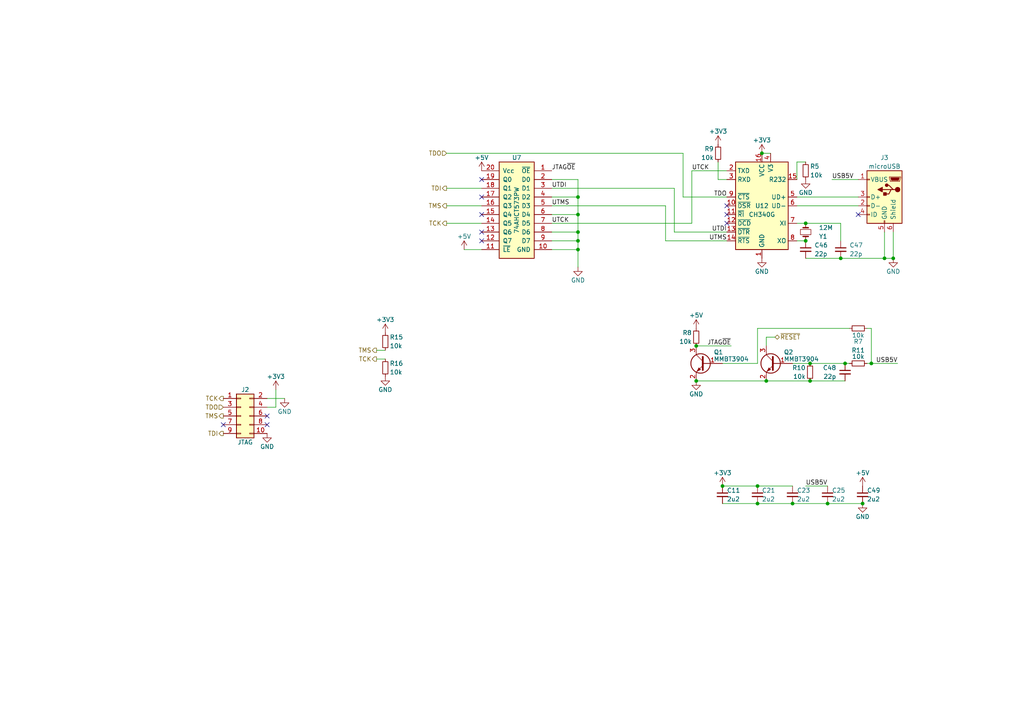
<source format=kicad_sch>
(kicad_sch (version 20211123) (generator eeschema)
  (paper "A4")
  (lib_symbols
    (symbol "Connector:USB_B_Micro" (pin_names (offset 1.016))
      (property "Reference" "J" (at -5.08 11.43 0))
      (property "Value" "USB_B_Micro" (at -5.08 8.89 0))
      (symbol "USB_B_Micro_0_1"
        (rectangle (start -5.08 -7.62) (end 5.08 7.62) (stroke (width 0.254)) (fill (type background)))
        (circle (center -3.81 2.159) (radius 0.635) (stroke (width 0.254)) (fill (type outline)))
        (circle (center -0.635 3.429) (radius 0.381) (stroke (width 0.254)) (fill (type outline)))
        (rectangle (start -0.127 -7.62) (end 0.127 -6.858))
        (polyline (pts (xy -1.905 2.159) (xy 0.635 2.159)) (stroke (width 0.254)))
        (polyline (pts (xy -3.175 2.159) (xy -2.54 2.159) (xy -1.27 3.429) (xy -0.635 3.429)) (stroke (width 0.254)))
        (polyline (pts (xy -2.54 2.159) (xy -1.905 2.159) (xy -1.27 0.889) (xy 0 0.889)) (stroke (width 0.254)))
        (polyline (pts (xy 0.635 2.794) (xy 0.635 1.524) (xy 1.905 2.159) (xy 0.635 2.794)) (stroke (width 0.254)) (fill (type outline)))
        (polyline (pts (xy -4.318 5.588) (xy -1.778 5.588) (xy -2.032 4.826) (xy -4.064 4.826) (xy -4.318 5.588)) (fill (type outline)))
        (polyline (pts (xy -4.699 5.842) (xy -4.699 5.588) (xy -4.445 4.826) (xy -4.445 4.572) (xy -1.651 4.572) (xy -1.651 4.826) (xy -1.397 5.588) (xy -1.397 5.842) (xy -4.699 5.842)))
        (rectangle (start 0.254 1.27) (end -0.508 0.508) (stroke (width 0.254)) (fill (type outline)))
        (rectangle (start 5.08 -5.207) (end 4.318 -4.953))
        (rectangle (start 5.08 -2.667) (end 4.318 -2.413))
        (rectangle (start 5.08 -0.127) (end 4.318 0.127))
        (rectangle (start 5.08 4.953) (end 4.318 5.207))
      )
      (symbol "USB_B_Micro_1_1"
        (pin power_out line (at 7.62 5.08 180) (length 2.54) (name "VBUS") (number "1"))
        (pin bidirectional line (at 7.62 -2.54 180) (length 2.54) (name "D-") (number "2"))
        (pin bidirectional line (at 7.62 0 180) (length 2.54) (name "D+") (number "3"))
        (pin passive line (at 7.62 -5.08 180) (length 2.54) (name "ID") (number "4"))
        (pin power_out line (at 0 -10.16 90) (length 2.54) (name "GND") (number "5"))
        (pin passive line (at -2.54 -10.16 90) (length 2.54) (name "Shield") (number "6"))
      )
    )
    (symbol "Connector_Generic:Conn_02x05_Odd_Even" (pin_names (offset 1.016) hide)
      (property "Reference" "J" (at 1.27 7.62 0))
      (property "Value" "Conn_02x05_Odd_Even" (at 1.27 -7.62 0))
      (symbol "Conn_02x05_Odd_Even_1_1"
        (rectangle (start -1.27 -4.953) (end 0 -5.207) (stroke (width 0.1524)))
        (rectangle (start -1.27 -2.413) (end 0 -2.667) (stroke (width 0.1524)))
        (rectangle (start -1.27 0.127) (end 0 -0.127) (stroke (width 0.1524)))
        (rectangle (start -1.27 2.667) (end 0 2.413) (stroke (width 0.1524)))
        (rectangle (start -1.27 5.207) (end 0 4.953) (stroke (width 0.1524)))
        (rectangle (start -1.27 6.35) (end 3.81 -6.35) (stroke (width 0.254)) (fill (type background)))
        (rectangle (start 3.81 -4.953) (end 2.54 -5.207) (stroke (width 0.1524)))
        (rectangle (start 3.81 -2.413) (end 2.54 -2.667) (stroke (width 0.1524)))
        (rectangle (start 3.81 0.127) (end 2.54 -0.127) (stroke (width 0.1524)))
        (rectangle (start 3.81 2.667) (end 2.54 2.413) (stroke (width 0.1524)))
        (rectangle (start 3.81 5.207) (end 2.54 4.953) (stroke (width 0.1524)))
        (pin passive line (at -5.08 5.08 0) (length 3.81) (name "Pin_1") (number "1"))
        (pin passive line (at 7.62 -5.08 180) (length 3.81) (name "Pin_10") (number "10"))
        (pin passive line (at 7.62 5.08 180) (length 3.81) (name "Pin_2") (number "2"))
        (pin passive line (at -5.08 2.54 0) (length 3.81) (name "Pin_3") (number "3"))
        (pin passive line (at 7.62 2.54 180) (length 3.81) (name "Pin_4") (number "4"))
        (pin passive line (at -5.08 0 0) (length 3.81) (name "Pin_5") (number "5"))
        (pin passive line (at 7.62 0 180) (length 3.81) (name "Pin_6") (number "6"))
        (pin passive line (at -5.08 -2.54 0) (length 3.81) (name "Pin_7") (number "7"))
        (pin passive line (at 7.62 -2.54 180) (length 3.81) (name "Pin_8") (number "8"))
        (pin passive line (at -5.08 -5.08 0) (length 3.81) (name "Pin_9") (number "9"))
      )
    )
    (symbol "Device:C_Small" (pin_numbers hide) (pin_names (offset 0.254) hide)
      (property "Reference" "C" (at 0.254 1.778 0))
      (property "Value" "C_Small" (at 0.254 -2.032 0))
      (symbol "C_Small_0_1"
        (polyline (pts (xy -1.524 -0.508) (xy 1.524 -0.508)) (stroke (width 0.3302)))
        (polyline (pts (xy -1.524 0.508) (xy 1.524 0.508)) (stroke (width 0.3048)))
      )
      (symbol "C_Small_1_1"
        (pin passive line (at 0 2.54 270) (length 2.032) (name "~") (number "1"))
        (pin passive line (at 0 -2.54 90) (length 2.032) (name "~") (number "2"))
      )
    )
    (symbol "Device:Crystal_Small" (pin_numbers hide) (pin_names (offset 1.016) hide)
      (property "Reference" "Y" (at 0 2.54 0))
      (property "Value" "Crystal_Small" (at 0 -2.54 0))
      (symbol "Crystal_Small_0_1"
        (rectangle (start -0.762 -1.524) (end 0.762 1.524))
        (polyline (pts (xy -1.27 -0.762) (xy -1.27 0.762)) (stroke (width 0.381)))
        (polyline (pts (xy 1.27 -0.762) (xy 1.27 0.762)) (stroke (width 0.381)))
      )
      (symbol "Crystal_Small_1_1"
        (pin passive line (at -2.54 0 0) (length 1.27) (name "1") (number "1"))
        (pin passive line (at 2.54 0 180) (length 1.27) (name "2") (number "2"))
      )
    )
    (symbol "Device:R_Small" (pin_numbers hide) (pin_names (offset 0.254) hide)
      (property "Reference" "R" (at 0.762 0.508 0))
      (property "Value" "R_Small" (at 0.762 -1.016 0))
      (symbol "R_Small_0_1"
        (rectangle (start -0.762 1.778) (end 0.762 -1.778) (stroke (width 0.2032)))
      )
      (symbol "R_Small_1_1"
        (pin passive line (at 0 2.54 270) (length 0.762) (name "~") (number "1"))
        (pin passive line (at 0 -2.54 90) (length 0.762) (name "~") (number "2"))
      )
    )
    (symbol "GW_Logic:74573" (pin_names (offset 1.016))
      (property "Reference" "U" (at 0 15.24 0))
      (property "Value" "74573" (at 0 -15.24 0))
      (symbol "74573_0_1"
        (rectangle (start -5.08 13.97) (end 5.08 -13.97) (stroke (width 0.254)) (fill (type background)))
      )
      (symbol "74573_1_1"
        (pin input line (at -10.16 11.43 0) (length 5.08) (name "~{OE}") (number "1"))
        (pin power_in line (at -10.16 -11.43 0) (length 5.08) (name "GND") (number "10"))
        (pin input line (at 10.16 -11.43 180) (length 5.08) (name "~{LE}") (number "11"))
        (pin tri_state line (at 10.16 -8.89 180) (length 5.08) (name "Q7") (number "12"))
        (pin tri_state line (at 10.16 -6.35 180) (length 5.08) (name "Q6") (number "13"))
        (pin tri_state line (at 10.16 -3.81 180) (length 5.08) (name "Q5") (number "14"))
        (pin tri_state line (at 10.16 -1.27 180) (length 5.08) (name "Q4") (number "15"))
        (pin tri_state line (at 10.16 1.27 180) (length 5.08) (name "Q3") (number "16"))
        (pin tri_state line (at 10.16 3.81 180) (length 5.08) (name "Q2") (number "17"))
        (pin tri_state line (at 10.16 6.35 180) (length 5.08) (name "Q1") (number "18"))
        (pin tri_state line (at 10.16 8.89 180) (length 5.08) (name "Q0") (number "19"))
        (pin input line (at -10.16 8.89 0) (length 5.08) (name "D0") (number "2"))
        (pin power_in line (at 10.16 11.43 180) (length 5.08) (name "Vcc") (number "20"))
        (pin input line (at -10.16 6.35 0) (length 5.08) (name "D1") (number "3"))
        (pin input line (at -10.16 3.81 0) (length 5.08) (name "D2") (number "4"))
        (pin input line (at -10.16 1.27 0) (length 5.08) (name "D3") (number "5"))
        (pin input line (at -10.16 -1.27 0) (length 5.08) (name "D4") (number "6"))
        (pin input line (at -10.16 -3.81 0) (length 5.08) (name "D5") (number "7"))
        (pin input line (at -10.16 -6.35 0) (length 5.08) (name "D6") (number "8"))
        (pin input line (at -10.16 -8.89 0) (length 5.08) (name "D7") (number "9"))
      )
    )
    (symbol "Interface_USB:CH340G"
      (property "Reference" "U" (at -5.08 13.97 0))
      (property "Value" "CH340G" (at 1.27 13.97 0))
      (symbol "CH340G_0_1"
        (rectangle (start -7.62 12.7) (end 7.62 -12.7) (stroke (width 0.254)) (fill (type background)))
      )
      (symbol "CH340G_1_1"
        (pin power_in line (at 0 -15.24 90) (length 2.54) (name "GND") (number "1"))
        (pin input line (at 10.16 0 180) (length 2.54) (name "~{DSR}") (number "10"))
        (pin input line (at 10.16 -2.54 180) (length 2.54) (name "~{RI}") (number "11"))
        (pin input line (at 10.16 -5.08 180) (length 2.54) (name "~{DCD}") (number "12"))
        (pin output line (at 10.16 -7.62 180) (length 2.54) (name "~{DTR}") (number "13"))
        (pin output line (at 10.16 -10.16 180) (length 2.54) (name "~{RTS}") (number "14"))
        (pin input line (at -10.16 7.62 0) (length 2.54) (name "R232") (number "15"))
        (pin power_in line (at 0 15.24 270) (length 2.54) (name "VCC") (number "16"))
        (pin output line (at 10.16 10.16 180) (length 2.54) (name "TXD") (number "2"))
        (pin input line (at 10.16 7.62 180) (length 2.54) (name "RXD") (number "3"))
        (pin passive line (at -2.54 15.24 270) (length 2.54) (name "V3") (number "4"))
        (pin bidirectional line (at -10.16 2.54 0) (length 2.54) (name "UD+") (number "5"))
        (pin bidirectional line (at -10.16 0 0) (length 2.54) (name "UD-") (number "6"))
        (pin input line (at -10.16 -5.08 0) (length 2.54) (name "XI") (number "7"))
        (pin output line (at -10.16 -10.16 0) (length 2.54) (name "XO") (number "8"))
        (pin input line (at 10.16 2.54 180) (length 2.54) (name "~{CTS}") (number "9"))
      )
    )
    (symbol "Transistor_BJT:MMBT3904" (pin_names (offset 0) hide)
      (property "Reference" "Q" (at 5.08 1.905 0))
      (property "Value" "MMBT3904" (at 5.08 0 0))
      (symbol "MMBT3904_0_1"
        (polyline (pts (xy 0.635 0.635) (xy 2.54 2.54)))
        (polyline (pts (xy 0.635 -0.635) (xy 2.54 -2.54) (xy 2.54 -2.54)))
        (polyline (pts (xy 0.635 1.905) (xy 0.635 -1.905) (xy 0.635 -1.905)) (stroke (width 0.508)))
        (polyline (pts (xy 1.27 -1.778) (xy 1.778 -1.27) (xy 2.286 -2.286) (xy 1.27 -1.778) (xy 1.27 -1.778)) (fill (type outline)))
        (circle (center 1.27 0) (radius 2.8194) (stroke (width 0.254)))
      )
      (symbol "MMBT3904_1_1"
        (pin input line (at -5.08 0 0) (length 5.715) (name "B") (number "1"))
        (pin passive line (at 2.54 -5.08 90) (length 2.54) (name "E") (number "2"))
        (pin passive line (at 2.54 5.08 270) (length 2.54) (name "C") (number "3"))
      )
    )
    (symbol "power:+3V3" (power) (pin_names (offset 0))
      (property "Value" "+3V3" (at 0 3.556 0))
      (symbol "+3V3_0_1"
        (polyline (pts (xy -0.762 1.27) (xy 0 2.54)))
        (polyline (pts (xy 0 0) (xy 0 2.54)))
        (polyline (pts (xy 0 2.54) (xy 0.762 1.27)))
      )
      (symbol "+3V3_1_1"
        (pin power_in line (at 0 0 90) (length 0) hide (name "+3V3") (number "1"))
      )
    )
    (symbol "power:+5V" (power) (pin_names (offset 0))
      (property "Value" "+5V" (at 0 3.556 0))
      (symbol "+5V_0_1"
        (polyline (pts (xy -0.762 1.27) (xy 0 2.54)))
        (polyline (pts (xy 0 0) (xy 0 2.54)))
        (polyline (pts (xy 0 2.54) (xy 0.762 1.27)))
      )
      (symbol "+5V_1_1"
        (pin power_in line (at 0 0 90) (length 0) hide (name "+5V") (number "1"))
      )
    )
    (symbol "power:GND" (power) (pin_names (offset 0))
      (property "Value" "GND" (at 0 -3.81 0))
      (symbol "GND_0_1"
        (polyline (pts (xy 0 0) (xy 0 -1.27) (xy 1.27 -1.27) (xy 0 -2.54) (xy -1.27 -1.27) (xy 0 -1.27)))
      )
      (symbol "GND_1_1"
        (pin power_in line (at 0 0 270) (length 0) hide (name "GND") (number "1"))
      )
    )
  )
  (junction (at 220.98 44.45))
  (junction (at 259.08 74.93))
  (junction (at 222.25 110.49))
  (junction (at 229.87 146.05))
  (junction (at 250.19 146.05))
  (junction (at 167.64 62.23))
  (junction (at 233.68 69.85))
  (junction (at 167.64 67.31))
  (junction (at 167.64 57.15))
  (junction (at 233.68 64.77))
  (junction (at 209.55 140.97))
  (junction (at 167.64 72.39))
  (junction (at 243.84 74.93))
  (junction (at 252.73 105.41))
  (junction (at 201.93 110.49))
  (junction (at 201.93 100.33))
  (junction (at 234.95 105.41))
  (junction (at 234.95 110.49))
  (junction (at 240.03 146.05))
  (junction (at 219.71 146.05))
  (junction (at 245.11 105.41))
  (junction (at 256.54 74.93))
  (junction (at 219.71 140.97))
  (junction (at 167.64 69.85))
  (no_connect (at 139.7 52.07))
  (no_connect (at 139.7 57.15))
  (no_connect (at 210.82 64.77))
  (no_connect (at 210.82 62.23))
  (no_connect (at 210.82 59.69))
  (no_connect (at 77.47 123.19))
  (no_connect (at 139.7 69.85))
  (no_connect (at 248.92 62.23))
  (no_connect (at 64.77 123.19))
  (no_connect (at 77.47 120.65))
  (no_connect (at 139.7 62.23))
  (no_connect (at 139.7 67.31))
  (wire (pts (xy 219.71 95.25) (xy 246.38 95.25)))
  (wire (pts (xy 234.95 105.41) (xy 245.11 105.41)))
  (wire (pts (xy 160.02 69.85) (xy 167.64 69.85)))
  (wire (pts (xy 233.68 64.77) (xy 231.14 64.77)))
  (wire (pts (xy 243.84 64.77) (xy 243.84 69.85)))
  (wire (pts (xy 77.47 115.57) (xy 82.55 115.57)))
  (wire (pts (xy 167.64 72.39) (xy 167.64 77.47)))
  (wire (pts (xy 139.7 64.77) (xy 129.54 64.77)))
  (wire (pts (xy 222.25 97.79) (xy 222.25 100.33)))
  (wire (pts (xy 160.02 72.39) (xy 167.64 72.39)))
  (wire (pts (xy 231.14 59.69) (xy 248.92 59.69)))
  (wire (pts (xy 219.71 105.41) (xy 209.55 105.41)))
  (wire (pts (xy 252.73 95.25) (xy 252.73 105.41)))
  (wire (pts (xy 231.14 69.85) (xy 233.68 69.85)))
  (wire (pts (xy 167.64 62.23) (xy 167.64 57.15)))
  (wire (pts (xy 233.68 74.93) (xy 243.84 74.93)))
  (wire (pts (xy 209.55 140.97) (xy 219.71 140.97)))
  (wire (pts (xy 229.87 140.97) (xy 219.71 140.97)))
  (wire (pts (xy 243.84 64.77) (xy 233.68 64.77)))
  (wire (pts (xy 198.12 44.45) (xy 198.12 57.15)))
  (wire (pts (xy 167.64 52.07) (xy 160.02 52.07)))
  (wire (pts (xy 139.7 59.69) (xy 129.54 59.69)))
  (wire (pts (xy 77.47 118.11) (xy 80.01 118.11)))
  (wire (pts (xy 229.87 105.41) (xy 234.95 105.41)))
  (wire (pts (xy 111.76 101.6) (xy 109.22 101.6)))
  (wire (pts (xy 210.82 69.85) (xy 193.04 69.85)))
  (wire (pts (xy 200.66 64.77) (xy 200.66 49.53)))
  (wire (pts (xy 222.25 110.49) (xy 234.95 110.49)))
  (wire (pts (xy 80.01 118.11) (xy 80.01 113.03)))
  (wire (pts (xy 201.93 100.33) (xy 212.09 100.33)))
  (wire (pts (xy 259.08 67.31) (xy 259.08 74.93)))
  (wire (pts (xy 251.46 95.25) (xy 252.73 95.25)))
  (wire (pts (xy 240.03 140.97) (xy 233.68 140.97)))
  (wire (pts (xy 195.58 54.61) (xy 195.58 67.31)))
  (wire (pts (xy 167.64 57.15) (xy 167.64 52.07)))
  (wire (pts (xy 195.58 67.31) (xy 210.82 67.31)))
  (wire (pts (xy 109.22 104.14) (xy 111.76 104.14)))
  (wire (pts (xy 219.71 146.05) (xy 229.87 146.05)))
  (wire (pts (xy 139.7 54.61) (xy 129.54 54.61)))
  (wire (pts (xy 160.02 64.77) (xy 200.66 64.77)))
  (wire (pts (xy 256.54 67.31) (xy 256.54 74.93)))
  (wire (pts (xy 251.46 105.41) (xy 252.73 105.41)))
  (wire (pts (xy 243.84 74.93) (xy 256.54 74.93)))
  (wire (pts (xy 167.64 67.31) (xy 167.64 62.23)))
  (wire (pts (xy 259.08 74.93) (xy 256.54 74.93)))
  (wire (pts (xy 219.71 146.05) (xy 209.55 146.05)))
  (wire (pts (xy 241.3 52.07) (xy 248.92 52.07)))
  (wire (pts (xy 223.52 44.45) (xy 220.98 44.45)))
  (wire (pts (xy 160.02 54.61) (xy 195.58 54.61)))
  (wire (pts (xy 201.93 110.49) (xy 222.25 110.49)))
  (wire (pts (xy 160.02 59.69) (xy 193.04 59.69)))
  (wire (pts (xy 193.04 59.69) (xy 193.04 69.85)))
  (wire (pts (xy 198.12 57.15) (xy 210.82 57.15)))
  (wire (pts (xy 245.11 105.41) (xy 246.38 105.41)))
  (wire (pts (xy 229.87 146.05) (xy 240.03 146.05)))
  (wire (pts (xy 129.54 44.45) (xy 198.12 44.45)))
  (wire (pts (xy 231.14 52.07) (xy 231.14 46.99)))
  (wire (pts (xy 234.95 110.49) (xy 245.11 110.49)))
  (wire (pts (xy 160.02 62.23) (xy 167.64 62.23)))
  (wire (pts (xy 252.73 105.41) (xy 260.35 105.41)))
  (wire (pts (xy 240.03 146.05) (xy 250.19 146.05)))
  (wire (pts (xy 248.92 57.15) (xy 231.14 57.15)))
  (wire (pts (xy 208.28 46.99) (xy 208.28 52.07)))
  (wire (pts (xy 231.14 46.99) (xy 233.68 46.99)))
  (wire (pts (xy 224.79 97.79) (xy 222.25 97.79)))
  (wire (pts (xy 167.64 69.85) (xy 167.64 67.31)))
  (wire (pts (xy 160.02 57.15) (xy 167.64 57.15)))
  (wire (pts (xy 167.64 69.85) (xy 167.64 72.39)))
  (wire (pts (xy 134.62 72.39) (xy 139.7 72.39)))
  (wire (pts (xy 208.28 52.07) (xy 210.82 52.07)))
  (wire (pts (xy 219.71 95.25) (xy 219.71 105.41)))
  (wire (pts (xy 167.64 67.31) (xy 160.02 67.31)))
  (wire (pts (xy 210.82 49.53) (xy 200.66 49.53)))
  (label "USB5V" (at 260.35 105.41 180))
  (label "UTDI" (at 160.02 54.61 0))
  (label "JTAG~{OE}" (at 160.02 49.53 0))
  (label "UTMS" (at 160.02 59.69 0))
  (label "USB5V" (at 241.3 52.07 0))
  (label "UTMS" (at 210.82 69.85 180))
  (label "JTAG~{OE}" (at 212.09 100.33 180))
  (label "TDO" (at 210.82 57.15 180))
  (label "UTDI" (at 210.82 67.31 180))
  (label "UTCK" (at 160.02 64.77 0))
  (label "UTCK" (at 200.66 49.53 0))
  (label "USB5V" (at 233.68 140.97 0))
  (hierarchical_label "TCK" (shape output) (at 64.77 115.57 180))
  (hierarchical_label "TCK" (shape output) (at 109.22 104.14 180))
  (hierarchical_label "TMS" (shape output) (at 109.22 101.6 180))
  (hierarchical_label "~{RESET}" (shape tri_state) (at 224.79 97.79 0))
  (hierarchical_label "TDI" (shape output) (at 64.77 125.73 180))
  (hierarchical_label "TMS" (shape output) (at 64.77 120.65 180))
  (hierarchical_label "TCK" (shape output) (at 129.54 64.77 180))
  (hierarchical_label "TMS" (shape output) (at 129.54 59.69 180))
  (hierarchical_label "TDI" (shape output) (at 129.54 54.61 180))
  (hierarchical_label "TDO" (shape input) (at 64.77 118.11 180))
  (hierarchical_label "TDO" (shape input) (at 129.54 44.45 180))
  (symbol (lib_id "Device:Crystal_Small") (at 233.68 67.31 270) (mirror x) (unit 1)
    (property "Reference" "Y1" (at 237.49 68.58 90) (effects (justify left)))
    (property "Value" "12M" (at 237.49 66.04 90) (effects (justify left)))
    (property "Footprint" "stdpads:Crystal_HC49-SMD" (effects hide))
    (property "LCSC Part" "C111117" (effects hide))
  )
  (symbol (lib_id "Connector_Generic:Conn_02x05_Odd_Even") (at 69.85 120.65 0) (unit 1)
    (property "Reference" "J2" (at 71.12 113.03 0))
    (property "Value" "JTAG" (at 71.12 128.27 0))
    (property "Footprint" "Connector:Tag-Connect_TC2050-IDC-FP_2x05_P1.27mm_Vertical" (effects hide))
  )
  (symbol (lib_id "power:+3V3") (at 80.01 113.03 0) (unit 1)
    (property "Reference" "#PWR0128" (effects hide))
    (property "Value" "+3V3" (at 80.01 109.22 0))
  )
  (symbol (lib_id "Interface_USB:CH340G") (at 220.98 59.69 0) (mirror y) (unit 1)
    (property "Reference" "U12" (at 220.98 59.69 0))
    (property "Value" "CH340G" (at 220.98 62.23 0))
    (property "Footprint" "stdpads:SOIC-16_3.9mm" (effects hide))
    (property "Datasheet" "http://www.datasheet5.com/pdf-local-2195953" (effects hide))
    (property "LCSC Part" "C14267" (effects hide))
  )
  (symbol (lib_id "power:GND") (at 233.68 52.07 0) (mirror y) (unit 1)
    (property "Reference" "#PWR0164" (effects hide))
    (property "Value" "GND" (at 233.68 55.88 0))
  )
  (symbol (lib_id "power:+3V3") (at 209.55 140.97 0) (unit 1)
    (property "Reference" "#PWR0202" (effects hide))
    (property "Value" "+3V3" (at 209.55 137.16 0))
  )
  (symbol (lib_id "Device:C_Small") (at 209.55 143.51 0) (unit 1)
    (property "Reference" "C11" (at 210.82 142.24 0) (effects (justify left)))
    (property "Value" "2u2" (at 210.82 144.78 0) (effects (justify left)))
    (property "Footprint" "stdpads:C_0603" (effects hide))
    (property "LCSC Part" "C23630" (effects hide))
  )
  (symbol (lib_id "Device:C_Small") (at 219.71 143.51 0) (unit 1)
    (property "Reference" "C21" (at 220.98 142.24 0) (effects (justify left)))
    (property "Value" "2u2" (at 220.98 144.78 0) (effects (justify left)))
    (property "Footprint" "stdpads:C_0603" (effects hide))
    (property "LCSC Part" "C23630" (effects hide))
  )
  (symbol (lib_id "Device:C_Small") (at 229.87 143.51 0) (unit 1)
    (property "Reference" "C23" (at 231.14 142.24 0) (effects (justify left)))
    (property "Value" "2u2" (at 231.14 144.78 0) (effects (justify left)))
    (property "Footprint" "stdpads:C_0603" (effects hide))
    (property "LCSC Part" "C23630" (effects hide))
  )
  (symbol (lib_id "Device:C_Small") (at 240.03 143.51 0) (unit 1)
    (property "Reference" "C25" (at 241.3 142.24 0) (effects (justify left)))
    (property "Value" "2u2" (at 241.3 144.78 0) (effects (justify left)))
    (property "Footprint" "stdpads:C_0603" (effects hide))
    (property "LCSC Part" "C23630" (effects hide))
  )
  (symbol (lib_id "power:GND") (at 259.08 74.93 0) (mirror y) (unit 1)
    (property "Reference" "#PWR0165" (effects hide))
    (property "Value" "GND" (at 259.08 78.74 0))
  )
  (symbol (lib_id "power:GND") (at 77.47 125.73 0) (unit 1)
    (property "Reference" "#PWR0127" (effects hide))
    (property "Value" "GND" (at 77.47 129.54 0))
  )
  (symbol (lib_id "Device:C_Small") (at 233.68 72.39 0) (unit 1)
    (property "Reference" "C46" (at 236.22 71.12 0) (effects (justify left)))
    (property "Value" "22p" (at 236.22 73.66 0) (effects (justify left)))
    (property "Footprint" "stdpads:C_0603" (effects hide))
    (property "LCSC Part" "C1653" (effects hide))
  )
  (symbol (lib_id "Device:C_Small") (at 243.84 72.39 0) (unit 1)
    (property "Reference" "C47" (at 246.38 71.12 0) (effects (justify left)))
    (property "Value" "22p" (at 246.38 73.66 0) (effects (justify left)))
    (property "Footprint" "stdpads:C_0603" (effects hide))
    (property "LCSC Part" "C1653" (effects hide))
  )
  (symbol (lib_id "Connector:USB_B_Micro") (at 256.54 57.15 0) (mirror y) (unit 1)
    (property "Reference" "J3" (at 256.54 45.72 0))
    (property "Value" "microUSB" (at 256.54 48.26 0))
    (property "Footprint" "stdpads:USB_Micro-B_ShouHan_MicroXNJ" (effects hide))
    (property "LCSC Part" "C404969" (effects hide))
  )
  (symbol (lib_id "power:GND") (at 82.55 115.57 0) (unit 1)
    (property "Reference" "#PWR0204" (effects hide))
    (property "Value" "GND" (at 82.55 119.38 0))
  )
  (symbol (lib_id "power:+3V3") (at 208.28 41.91 0) (unit 1)
    (property "Reference" "#PWR0185" (effects hide))
    (property "Value" "+3V3" (at 208.28 38.1 0))
  )
  (symbol (lib_id "GW_Logic:74573") (at 149.86 60.96 0) (mirror y) (unit 1)
    (property "Reference" "U7" (at 149.86 45.72 0))
    (property "Value" "74AHCT573PW" (at 149.86 60.96 90))
    (property "Footprint" "stdpads:TSSOP-20_4.4x6.5mm_P0.65mm" (effects hide))
    (property "LCSC Part" "C141311" (effects hide))
  )
  (symbol (lib_id "Transistor_BJT:MMBT3904") (at 224.79 105.41 0) (mirror y) (unit 1)
    (property "Reference" "Q2" (at 227.33 102.87 0) (effects (justify right bottom)))
    (property "Value" "MMBT3904" (at 227.33 104.14 0) (effects (justify right)))
    (property "Footprint" "stdpads:SOT-23" (effects hide))
    (property "Datasheet" "https://www.onsemi.com/pub/Collateral/2N3903-D.PDF" (effects hide))
    (property "LCSC Part" "C20526" (effects hide))
  )
  (symbol (lib_id "Device:R_Small") (at 248.92 105.41 90) (mirror x) (unit 1)
    (property "Reference" "R11" (at 248.92 101.6 90))
    (property "Value" "10k" (at 248.92 104.14 90) (effects (justify bottom)))
    (property "Footprint" "stdpads:R_0603" (effects hide))
    (property "LCSC Part" "C25804" (effects hide))
  )
  (symbol (lib_id "Device:C_Small") (at 245.11 107.95 0) (mirror y) (unit 1)
    (property "Reference" "C48" (at 242.57 106.68 0) (effects (justify left)))
    (property "Value" "22p" (at 242.57 109.22 0) (effects (justify left)))
    (property "Footprint" "stdpads:C_0603" (effects hide))
    (property "LCSC Part" "C1653" (effects hide))
  )
  (symbol (lib_id "power:GND") (at 201.93 110.49 0) (unit 1)
    (property "Reference" "#PWR0196" (effects hide))
    (property "Value" "GND" (at 201.93 114.3 0))
  )
  (symbol (lib_id "Transistor_BJT:MMBT3904") (at 204.47 105.41 0) (mirror y) (unit 1)
    (property "Reference" "Q1" (at 207.01 102.87 0) (effects (justify right bottom)))
    (property "Value" "MMBT3904" (at 207.01 104.14 0) (effects (justify right)))
    (property "Footprint" "stdpads:SOT-23" (effects hide))
    (property "Datasheet" "https://www.onsemi.com/pub/Collateral/2N3903-D.PDF" (effects hide))
    (property "LCSC Part" "C20526" (effects hide))
  )
  (symbol (lib_id "power:GND") (at 167.64 77.47 0) (mirror y) (unit 1)
    (property "Reference" "#PWR0172" (effects hide))
    (property "Value" "GND" (at 167.64 81.28 0))
  )
  (symbol (lib_id "power:+5V") (at 139.7 49.53 0) (unit 1)
    (property "Reference" "#PWR0197" (effects hide))
    (property "Value" "+5V" (at 139.7 45.72 0))
  )
  (symbol (lib_id "power:+5V") (at 201.93 95.25 0) (mirror y) (unit 1)
    (property "Reference" "#PWR0198" (effects hide))
    (property "Value" "+5V" (at 201.93 91.44 0))
  )
  (symbol (lib_id "power:GND") (at 250.19 146.05 0) (mirror y) (unit 1)
    (property "Reference" "#PWR0199" (effects hide))
    (property "Value" "GND" (at 250.19 149.86 0))
  )
  (symbol (lib_id "Device:C_Small") (at 250.19 143.51 0) (unit 1)
    (property "Reference" "C49" (at 251.46 142.24 0) (effects (justify left)))
    (property "Value" "2u2" (at 251.46 144.78 0) (effects (justify left)))
    (property "Footprint" "stdpads:C_0603" (effects hide))
    (property "LCSC Part" "C23630" (effects hide))
  )
  (symbol (lib_id "power:+5V") (at 250.19 140.97 0) (unit 1)
    (property "Reference" "#PWR0150" (effects hide))
    (property "Value" "+5V" (at 250.19 137.16 0))
  )
  (symbol (lib_id "power:GND") (at 220.98 74.93 0) (mirror y) (unit 1)
    (property "Reference" "#PWR0162" (effects hide))
    (property "Value" "GND" (at 220.98 78.74 0))
  )
  (symbol (lib_id "power:+3V3") (at 220.98 44.45 0) (mirror y) (unit 1)
    (property "Reference" "#PWR0140" (effects hide))
    (property "Value" "+3V3" (at 220.98 40.64 0))
  )
  (symbol (lib_id "Device:R_Small") (at 111.76 106.68 0) (mirror y) (unit 1)
    (property "Reference" "R16" (at 113.03 105.41 0) (effects (justify right)))
    (property "Value" "10k" (at 113.03 107.95 0) (effects (justify right)))
    (property "Footprint" "stdpads:R_0603" (effects hide))
    (property "LCSC Part" "C25804" (effects hide))
  )
  (symbol (lib_id "Device:R_Small") (at 111.76 99.06 0) (mirror y) (unit 1)
    (property "Reference" "R15" (at 113.03 97.79 0) (effects (justify right)))
    (property "Value" "10k" (at 113.03 100.33 0) (effects (justify right)))
    (property "Footprint" "stdpads:R_0603" (effects hide))
    (property "LCSC Part" "C25804" (effects hide))
  )
  (symbol (lib_id "power:+3V3") (at 111.76 96.52 0) (unit 1)
    (property "Reference" "#PWR0205" (effects hide))
    (property "Value" "+3V3" (at 111.76 92.71 0))
  )
  (symbol (lib_id "power:GND") (at 111.76 109.22 0) (unit 1)
    (property "Reference" "#PWR0206" (effects hide))
    (property "Value" "GND" (at 111.76 113.03 0))
  )
  (symbol (lib_id "power:+5V") (at 134.62 72.39 0) (unit 1)
    (property "Reference" "#PWR0163" (effects hide))
    (property "Value" "+5V" (at 134.62 68.58 0))
  )
  (symbol (lib_id "Device:R_Small") (at 248.92 95.25 90) (unit 1)
    (property "Reference" "R7" (at 248.92 99.06 90))
    (property "Value" "10k" (at 248.92 96.52 90) (effects (justify bottom)))
    (property "Footprint" "stdpads:R_0603" (effects hide))
    (property "LCSC Part" "C25804" (effects hide))
  )
  (symbol (lib_id "Device:R_Small") (at 234.95 107.95 0) (unit 1)
    (property "Reference" "R10" (at 233.68 106.68 0) (effects (justify right)))
    (property "Value" "10k" (at 233.68 109.22 0) (effects (justify right)))
    (property "Footprint" "stdpads:R_0603" (effects hide))
    (property "LCSC Part" "C25804" (effects hide))
  )
  (symbol (lib_id "Device:R_Small") (at 233.68 49.53 0) (mirror y) (unit 1)
    (property "Reference" "R5" (at 234.95 48.26 0) (effects (justify right)))
    (property "Value" "10k" (at 234.95 50.8 0) (effects (justify right)))
    (property "Footprint" "stdpads:R_0603" (effects hide))
    (property "LCSC Part" "C25804" (effects hide))
  )
  (symbol (lib_id "Device:R_Small") (at 201.93 97.79 0) (unit 1)
    (property "Reference" "R8" (at 200.66 96.52 0) (effects (justify right)))
    (property "Value" "10k" (at 200.66 99.06 0) (effects (justify right)))
    (property "Footprint" "stdpads:R_0603" (effects hide))
    (property "LCSC Part" "C25804" (effects hide))
  )
  (symbol (lib_id "Device:R_Small") (at 208.28 44.45 0) (unit 1)
    (property "Reference" "R9" (at 207.01 43.18 0) (effects (justify right)))
    (property "Value" "10k" (at 207.01 45.72 0) (effects (justify right)))
    (property "Footprint" "stdpads:R_0603" (effects hide))
    (property "LCSC Part" "C25804" (effects hide))
  )
)
</source>
